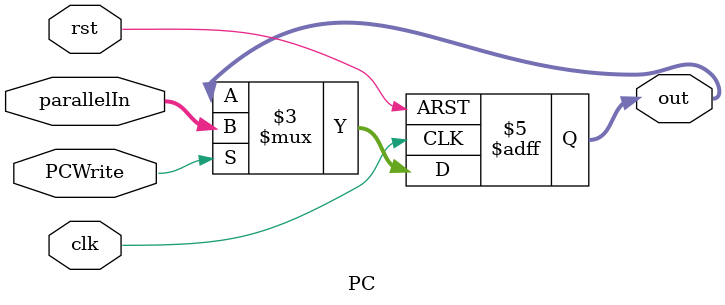
<source format=sv>
`timescale 1ns/1ns
module PC(clk, rst, PCWrite, parallelIn, out);
  input clk, rst, PCWrite;
  input[15:0] parallelIn;
  output reg[15:0] out;
  
  always@(posedge clk, posedge rst) begin
    if(rst) out <= 16'b0;
    else if(PCWrite) out <= parallelIn;
    else out <= out;
  end
endmodule
</source>
